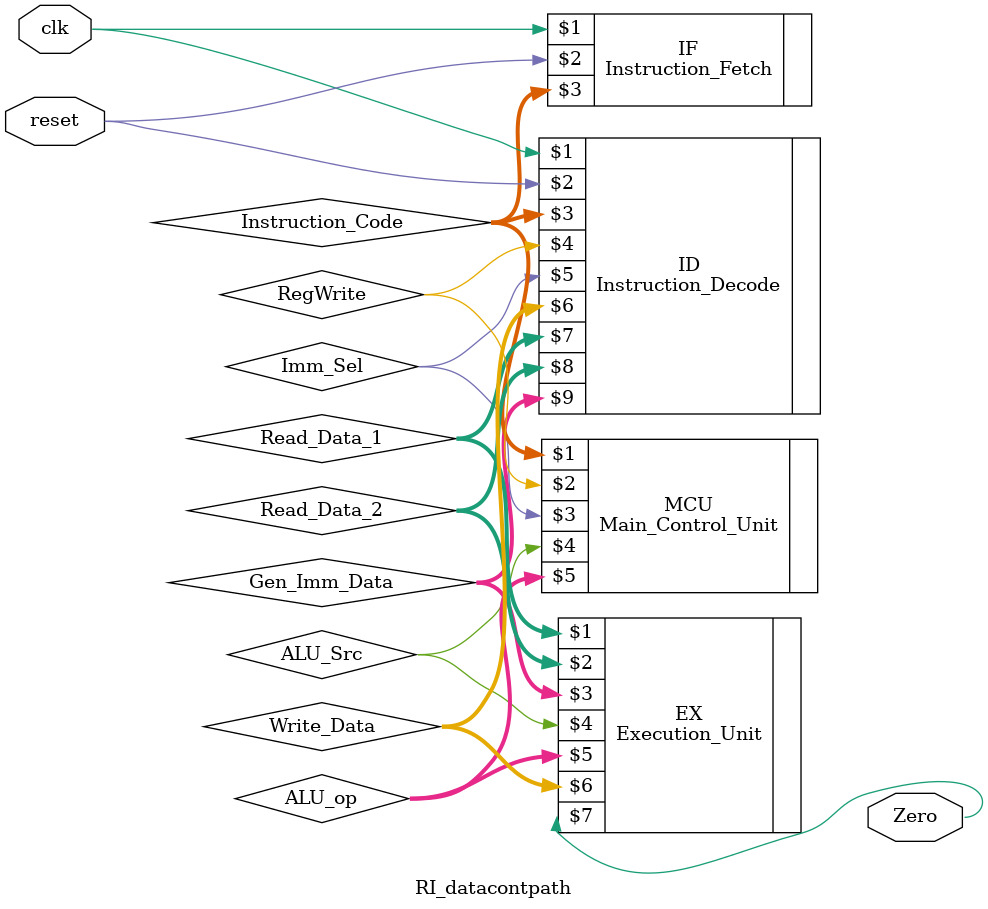
<source format=v>

module RI_datacontpath(clk, reset,Zero);

// Declare the inputs
input clk;
input reset;

// Declare the output
output Zero;

// Signals from the main control unit
wire RegWrite;
wire Imm_Sel;
wire ALU_Src;
wire [3:0] ALU_op;

// Declare the intermediate signals
// (1) From and into Instruction_Fetch Unit
wire [31:0] Instruction_Code;

// (2) From and into Instruction_Decode Unit
wire [31:0] Write_Data;
wire [31:0] Read_Data_1;
wire [31:0] Read_Data_2;
wire [31:0] Gen_Imm_Data;

// (3) From Execution_Unit
// No signal as all signals have been declared in the preceding stages

//Instantiate Instruction_fetch Unit 
Instruction_Fetch IF(clk, reset, Instruction_Code);

// Instantiate the Main_Control_Unit
Main_Control_Unit MCU(Instruction_Code, RegWrite, Imm_Sel, ALU_Src, ALU_op);

//Instantiate Instruction_Decode Unit
Instruction_Decode ID(clk, reset, Instruction_Code, RegWrite, Imm_Sel, Write_Data, Read_Data_1, Read_Data_2, Gen_Imm_Data);

//Instantiate Execution Unit
Execution_Unit EX(Read_Data_1,Read_Data_2, Gen_Imm_Data, ALU_Src, ALU_op, Write_Data,Zero);

endmodule
</source>
